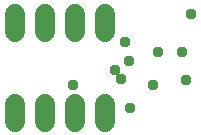
<source format=gbr>
G04 EAGLE Gerber RS-274X export*
G75*
%MOMM*%
%FSLAX34Y34*%
%LPD*%
%INSoldermask Bottom*%
%IPPOS*%
%AMOC8*
5,1,8,0,0,1.08239X$1,22.5*%
G01*
%ADD10C,1.727200*%
%ADD11C,0.959600*%


D10*
X23000Y20680D02*
X23000Y35920D01*
X48400Y35920D02*
X48400Y20680D01*
X73800Y20680D02*
X73800Y35920D01*
X99200Y35920D02*
X99200Y20680D01*
X23000Y96880D02*
X23000Y112120D01*
X48400Y112120D02*
X48400Y96880D01*
X73800Y96880D02*
X73800Y112120D01*
X99200Y112120D02*
X99200Y96880D01*
D11*
X119709Y72291D03*
X144000Y80000D03*
X172000Y112000D03*
X112900Y56900D03*
X168000Y56000D03*
X120000Y32000D03*
X107574Y64426D03*
X116000Y88000D03*
X164000Y80000D03*
X72000Y52000D03*
X140000Y52000D03*
M02*

</source>
